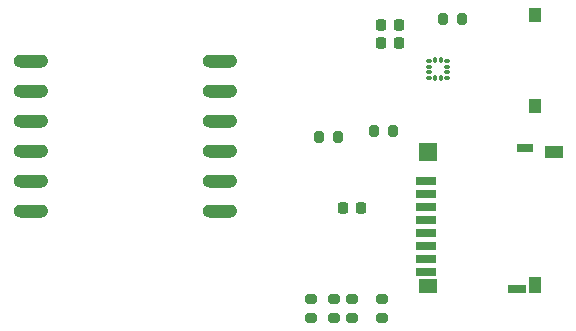
<source format=gbr>
%TF.GenerationSoftware,KiCad,Pcbnew,8.0.2*%
%TF.CreationDate,2025-04-11T11:55:07+07:00*%
%TF.ProjectId,wearable_device,77656172-6162-46c6-955f-646576696365,rev?*%
%TF.SameCoordinates,Original*%
%TF.FileFunction,Paste,Bot*%
%TF.FilePolarity,Positive*%
%FSLAX46Y46*%
G04 Gerber Fmt 4.6, Leading zero omitted, Abs format (unit mm)*
G04 Created by KiCad (PCBNEW 8.0.2) date 2025-04-11 11:55:07*
%MOMM*%
%LPD*%
G01*
G04 APERTURE LIST*
G04 Aperture macros list*
%AMRoundRect*
0 Rectangle with rounded corners*
0 $1 Rounding radius*
0 $2 $3 $4 $5 $6 $7 $8 $9 X,Y pos of 4 corners*
0 Add a 4 corners polygon primitive as box body*
4,1,4,$2,$3,$4,$5,$6,$7,$8,$9,$2,$3,0*
0 Add four circle primitives for the rounded corners*
1,1,$1+$1,$2,$3*
1,1,$1+$1,$4,$5*
1,1,$1+$1,$6,$7*
1,1,$1+$1,$8,$9*
0 Add four rect primitives between the rounded corners*
20,1,$1+$1,$2,$3,$4,$5,0*
20,1,$1+$1,$4,$5,$6,$7,0*
20,1,$1+$1,$6,$7,$8,$9,0*
20,1,$1+$1,$8,$9,$2,$3,0*%
G04 Aperture macros list end*
%ADD10C,0.000100*%
%ADD11RoundRect,0.225000X0.225000X0.250000X-0.225000X0.250000X-0.225000X-0.250000X0.225000X-0.250000X0*%
%ADD12RoundRect,0.200000X0.275000X-0.200000X0.275000X0.200000X-0.275000X0.200000X-0.275000X-0.200000X0*%
%ADD13R,1.750000X0.700000*%
%ADD14R,1.000000X1.450000*%
%ADD15R,1.550000X1.000000*%
%ADD16R,1.500000X0.800000*%
%ADD17R,1.500000X1.300000*%
%ADD18R,1.500000X1.500000*%
%ADD19R,1.400000X0.800000*%
%ADD20R,1.000000X1.250000*%
%ADD21RoundRect,0.200000X0.200000X0.275000X-0.200000X0.275000X-0.200000X-0.275000X0.200000X-0.275000X0*%
%ADD22RoundRect,0.052500X0.172500X0.122500X-0.172500X0.122500X-0.172500X-0.122500X0.172500X-0.122500X0*%
%ADD23RoundRect,0.052500X0.122500X0.172500X-0.122500X0.172500X-0.122500X-0.172500X0.122500X-0.172500X0*%
%ADD24RoundRect,0.200000X-0.200000X-0.275000X0.200000X-0.275000X0.200000X0.275000X-0.200000X0.275000X0*%
G04 APERTURE END LIST*
D10*
%TO.C,U2*%
X182702000Y-62503000D02*
X182754000Y-62511000D01*
X182805000Y-62524000D01*
X182853000Y-62543000D01*
X182900000Y-62567000D01*
X182944000Y-62595000D01*
X182985000Y-62628000D01*
X183022000Y-62665000D01*
X183055000Y-62706000D01*
X183083000Y-62750000D01*
X183107000Y-62797000D01*
X183126000Y-62845000D01*
X183139000Y-62896000D01*
X183147000Y-62948000D01*
X183150000Y-63000000D01*
X183147000Y-63052000D01*
X183139000Y-63104000D01*
X183126000Y-63155000D01*
X183107000Y-63203000D01*
X183083000Y-63250000D01*
X183055000Y-63294000D01*
X183022000Y-63335000D01*
X182985000Y-63372000D01*
X182944000Y-63405000D01*
X182900000Y-63433000D01*
X182853000Y-63457000D01*
X182805000Y-63476000D01*
X182754000Y-63489000D01*
X182702000Y-63497000D01*
X182650000Y-63500000D01*
X180850000Y-63500000D01*
X180798000Y-63497000D01*
X180746000Y-63489000D01*
X180695000Y-63476000D01*
X180647000Y-63457000D01*
X180600000Y-63433000D01*
X180556000Y-63405000D01*
X180515000Y-63372000D01*
X180478000Y-63335000D01*
X180445000Y-63294000D01*
X180417000Y-63250000D01*
X180393000Y-63203000D01*
X180374000Y-63155000D01*
X180361000Y-63104000D01*
X180353000Y-63052000D01*
X180350000Y-63000000D01*
X180353000Y-62948000D01*
X180361000Y-62896000D01*
X180374000Y-62845000D01*
X180393000Y-62797000D01*
X180417000Y-62750000D01*
X180445000Y-62706000D01*
X180478000Y-62665000D01*
X180515000Y-62628000D01*
X180556000Y-62595000D01*
X180600000Y-62567000D01*
X180647000Y-62543000D01*
X180695000Y-62524000D01*
X180746000Y-62511000D01*
X180798000Y-62503000D01*
X180850000Y-62500000D01*
X181750000Y-62500000D01*
X182650000Y-62500000D01*
X182702000Y-62503000D01*
G36*
X182702000Y-62503000D02*
G01*
X182754000Y-62511000D01*
X182805000Y-62524000D01*
X182853000Y-62543000D01*
X182900000Y-62567000D01*
X182944000Y-62595000D01*
X182985000Y-62628000D01*
X183022000Y-62665000D01*
X183055000Y-62706000D01*
X183083000Y-62750000D01*
X183107000Y-62797000D01*
X183126000Y-62845000D01*
X183139000Y-62896000D01*
X183147000Y-62948000D01*
X183150000Y-63000000D01*
X183147000Y-63052000D01*
X183139000Y-63104000D01*
X183126000Y-63155000D01*
X183107000Y-63203000D01*
X183083000Y-63250000D01*
X183055000Y-63294000D01*
X183022000Y-63335000D01*
X182985000Y-63372000D01*
X182944000Y-63405000D01*
X182900000Y-63433000D01*
X182853000Y-63457000D01*
X182805000Y-63476000D01*
X182754000Y-63489000D01*
X182702000Y-63497000D01*
X182650000Y-63500000D01*
X180850000Y-63500000D01*
X180798000Y-63497000D01*
X180746000Y-63489000D01*
X180695000Y-63476000D01*
X180647000Y-63457000D01*
X180600000Y-63433000D01*
X180556000Y-63405000D01*
X180515000Y-63372000D01*
X180478000Y-63335000D01*
X180445000Y-63294000D01*
X180417000Y-63250000D01*
X180393000Y-63203000D01*
X180374000Y-63155000D01*
X180361000Y-63104000D01*
X180353000Y-63052000D01*
X180350000Y-63000000D01*
X180353000Y-62948000D01*
X180361000Y-62896000D01*
X180374000Y-62845000D01*
X180393000Y-62797000D01*
X180417000Y-62750000D01*
X180445000Y-62706000D01*
X180478000Y-62665000D01*
X180515000Y-62628000D01*
X180556000Y-62595000D01*
X180600000Y-62567000D01*
X180647000Y-62543000D01*
X180695000Y-62524000D01*
X180746000Y-62511000D01*
X180798000Y-62503000D01*
X180850000Y-62500000D01*
X181750000Y-62500000D01*
X182650000Y-62500000D01*
X182702000Y-62503000D01*
G37*
X182702000Y-65043000D02*
X182754000Y-65051000D01*
X182805000Y-65064000D01*
X182853000Y-65083000D01*
X182900000Y-65107000D01*
X182944000Y-65135000D01*
X182985000Y-65168000D01*
X183022000Y-65205000D01*
X183055000Y-65246000D01*
X183083000Y-65290000D01*
X183107000Y-65337000D01*
X183126000Y-65385000D01*
X183139000Y-65436000D01*
X183147000Y-65488000D01*
X183150000Y-65540000D01*
X183147000Y-65592000D01*
X183139000Y-65644000D01*
X183126000Y-65695000D01*
X183107000Y-65743000D01*
X183083000Y-65790000D01*
X183055000Y-65834000D01*
X183022000Y-65875000D01*
X182985000Y-65912000D01*
X182944000Y-65945000D01*
X182900000Y-65973000D01*
X182853000Y-65997000D01*
X182805000Y-66016000D01*
X182754000Y-66029000D01*
X182702000Y-66037000D01*
X182650000Y-66040000D01*
X180850000Y-66040000D01*
X180798000Y-66037000D01*
X180746000Y-66029000D01*
X180695000Y-66016000D01*
X180647000Y-65997000D01*
X180600000Y-65973000D01*
X180556000Y-65945000D01*
X180515000Y-65912000D01*
X180478000Y-65875000D01*
X180445000Y-65834000D01*
X180417000Y-65790000D01*
X180393000Y-65743000D01*
X180374000Y-65695000D01*
X180361000Y-65644000D01*
X180353000Y-65592000D01*
X180350000Y-65540000D01*
X180353000Y-65488000D01*
X180361000Y-65436000D01*
X180374000Y-65385000D01*
X180393000Y-65337000D01*
X180417000Y-65290000D01*
X180445000Y-65246000D01*
X180478000Y-65205000D01*
X180515000Y-65168000D01*
X180556000Y-65135000D01*
X180600000Y-65107000D01*
X180647000Y-65083000D01*
X180695000Y-65064000D01*
X180746000Y-65051000D01*
X180798000Y-65043000D01*
X180850000Y-65040000D01*
X181750000Y-65040000D01*
X182650000Y-65040000D01*
X182702000Y-65043000D01*
G36*
X182702000Y-65043000D02*
G01*
X182754000Y-65051000D01*
X182805000Y-65064000D01*
X182853000Y-65083000D01*
X182900000Y-65107000D01*
X182944000Y-65135000D01*
X182985000Y-65168000D01*
X183022000Y-65205000D01*
X183055000Y-65246000D01*
X183083000Y-65290000D01*
X183107000Y-65337000D01*
X183126000Y-65385000D01*
X183139000Y-65436000D01*
X183147000Y-65488000D01*
X183150000Y-65540000D01*
X183147000Y-65592000D01*
X183139000Y-65644000D01*
X183126000Y-65695000D01*
X183107000Y-65743000D01*
X183083000Y-65790000D01*
X183055000Y-65834000D01*
X183022000Y-65875000D01*
X182985000Y-65912000D01*
X182944000Y-65945000D01*
X182900000Y-65973000D01*
X182853000Y-65997000D01*
X182805000Y-66016000D01*
X182754000Y-66029000D01*
X182702000Y-66037000D01*
X182650000Y-66040000D01*
X180850000Y-66040000D01*
X180798000Y-66037000D01*
X180746000Y-66029000D01*
X180695000Y-66016000D01*
X180647000Y-65997000D01*
X180600000Y-65973000D01*
X180556000Y-65945000D01*
X180515000Y-65912000D01*
X180478000Y-65875000D01*
X180445000Y-65834000D01*
X180417000Y-65790000D01*
X180393000Y-65743000D01*
X180374000Y-65695000D01*
X180361000Y-65644000D01*
X180353000Y-65592000D01*
X180350000Y-65540000D01*
X180353000Y-65488000D01*
X180361000Y-65436000D01*
X180374000Y-65385000D01*
X180393000Y-65337000D01*
X180417000Y-65290000D01*
X180445000Y-65246000D01*
X180478000Y-65205000D01*
X180515000Y-65168000D01*
X180556000Y-65135000D01*
X180600000Y-65107000D01*
X180647000Y-65083000D01*
X180695000Y-65064000D01*
X180746000Y-65051000D01*
X180798000Y-65043000D01*
X180850000Y-65040000D01*
X181750000Y-65040000D01*
X182650000Y-65040000D01*
X182702000Y-65043000D01*
G37*
X182702000Y-67583000D02*
X182754000Y-67591000D01*
X182805000Y-67604000D01*
X182853000Y-67623000D01*
X182900000Y-67647000D01*
X182944000Y-67675000D01*
X182985000Y-67708000D01*
X183022000Y-67745000D01*
X183055000Y-67786000D01*
X183083000Y-67830000D01*
X183107000Y-67877000D01*
X183126000Y-67925000D01*
X183139000Y-67976000D01*
X183147000Y-68028000D01*
X183150000Y-68080000D01*
X183147000Y-68132000D01*
X183139000Y-68184000D01*
X183126000Y-68235000D01*
X183107000Y-68283000D01*
X183083000Y-68330000D01*
X183055000Y-68374000D01*
X183022000Y-68415000D01*
X182985000Y-68452000D01*
X182944000Y-68485000D01*
X182900000Y-68513000D01*
X182853000Y-68537000D01*
X182805000Y-68556000D01*
X182754000Y-68569000D01*
X182702000Y-68577000D01*
X182650000Y-68580000D01*
X180850000Y-68580000D01*
X180798000Y-68577000D01*
X180746000Y-68569000D01*
X180695000Y-68556000D01*
X180647000Y-68537000D01*
X180600000Y-68513000D01*
X180556000Y-68485000D01*
X180515000Y-68452000D01*
X180478000Y-68415000D01*
X180445000Y-68374000D01*
X180417000Y-68330000D01*
X180393000Y-68283000D01*
X180374000Y-68235000D01*
X180361000Y-68184000D01*
X180353000Y-68132000D01*
X180350000Y-68080000D01*
X180353000Y-68028000D01*
X180361000Y-67976000D01*
X180374000Y-67925000D01*
X180393000Y-67877000D01*
X180417000Y-67830000D01*
X180445000Y-67786000D01*
X180478000Y-67745000D01*
X180515000Y-67708000D01*
X180556000Y-67675000D01*
X180600000Y-67647000D01*
X180647000Y-67623000D01*
X180695000Y-67604000D01*
X180746000Y-67591000D01*
X180798000Y-67583000D01*
X180850000Y-67580000D01*
X181750000Y-67580000D01*
X182650000Y-67580000D01*
X182702000Y-67583000D01*
G36*
X182702000Y-67583000D02*
G01*
X182754000Y-67591000D01*
X182805000Y-67604000D01*
X182853000Y-67623000D01*
X182900000Y-67647000D01*
X182944000Y-67675000D01*
X182985000Y-67708000D01*
X183022000Y-67745000D01*
X183055000Y-67786000D01*
X183083000Y-67830000D01*
X183107000Y-67877000D01*
X183126000Y-67925000D01*
X183139000Y-67976000D01*
X183147000Y-68028000D01*
X183150000Y-68080000D01*
X183147000Y-68132000D01*
X183139000Y-68184000D01*
X183126000Y-68235000D01*
X183107000Y-68283000D01*
X183083000Y-68330000D01*
X183055000Y-68374000D01*
X183022000Y-68415000D01*
X182985000Y-68452000D01*
X182944000Y-68485000D01*
X182900000Y-68513000D01*
X182853000Y-68537000D01*
X182805000Y-68556000D01*
X182754000Y-68569000D01*
X182702000Y-68577000D01*
X182650000Y-68580000D01*
X180850000Y-68580000D01*
X180798000Y-68577000D01*
X180746000Y-68569000D01*
X180695000Y-68556000D01*
X180647000Y-68537000D01*
X180600000Y-68513000D01*
X180556000Y-68485000D01*
X180515000Y-68452000D01*
X180478000Y-68415000D01*
X180445000Y-68374000D01*
X180417000Y-68330000D01*
X180393000Y-68283000D01*
X180374000Y-68235000D01*
X180361000Y-68184000D01*
X180353000Y-68132000D01*
X180350000Y-68080000D01*
X180353000Y-68028000D01*
X180361000Y-67976000D01*
X180374000Y-67925000D01*
X180393000Y-67877000D01*
X180417000Y-67830000D01*
X180445000Y-67786000D01*
X180478000Y-67745000D01*
X180515000Y-67708000D01*
X180556000Y-67675000D01*
X180600000Y-67647000D01*
X180647000Y-67623000D01*
X180695000Y-67604000D01*
X180746000Y-67591000D01*
X180798000Y-67583000D01*
X180850000Y-67580000D01*
X181750000Y-67580000D01*
X182650000Y-67580000D01*
X182702000Y-67583000D01*
G37*
X182702000Y-70123000D02*
X182754000Y-70131000D01*
X182805000Y-70144000D01*
X182853000Y-70163000D01*
X182900000Y-70187000D01*
X182944000Y-70215000D01*
X182985000Y-70248000D01*
X183022000Y-70285000D01*
X183055000Y-70326000D01*
X183083000Y-70370000D01*
X183107000Y-70417000D01*
X183126000Y-70465000D01*
X183139000Y-70516000D01*
X183147000Y-70568000D01*
X183150000Y-70620000D01*
X183147000Y-70672000D01*
X183139000Y-70724000D01*
X183126000Y-70775000D01*
X183107000Y-70823000D01*
X183083000Y-70870000D01*
X183055000Y-70914000D01*
X183022000Y-70955000D01*
X182985000Y-70992000D01*
X182944000Y-71025000D01*
X182900000Y-71053000D01*
X182853000Y-71077000D01*
X182805000Y-71096000D01*
X182754000Y-71109000D01*
X182702000Y-71117000D01*
X182650000Y-71120000D01*
X180850000Y-71120000D01*
X180798000Y-71117000D01*
X180746000Y-71109000D01*
X180695000Y-71096000D01*
X180647000Y-71077000D01*
X180600000Y-71053000D01*
X180556000Y-71025000D01*
X180515000Y-70992000D01*
X180478000Y-70955000D01*
X180445000Y-70914000D01*
X180417000Y-70870000D01*
X180393000Y-70823000D01*
X180374000Y-70775000D01*
X180361000Y-70724000D01*
X180353000Y-70672000D01*
X180350000Y-70620000D01*
X180353000Y-70568000D01*
X180361000Y-70516000D01*
X180374000Y-70465000D01*
X180393000Y-70417000D01*
X180417000Y-70370000D01*
X180445000Y-70326000D01*
X180478000Y-70285000D01*
X180515000Y-70248000D01*
X180556000Y-70215000D01*
X180600000Y-70187000D01*
X180647000Y-70163000D01*
X180695000Y-70144000D01*
X180746000Y-70131000D01*
X180798000Y-70123000D01*
X180850000Y-70120000D01*
X181750000Y-70120000D01*
X182650000Y-70120000D01*
X182702000Y-70123000D01*
G36*
X182702000Y-70123000D02*
G01*
X182754000Y-70131000D01*
X182805000Y-70144000D01*
X182853000Y-70163000D01*
X182900000Y-70187000D01*
X182944000Y-70215000D01*
X182985000Y-70248000D01*
X183022000Y-70285000D01*
X183055000Y-70326000D01*
X183083000Y-70370000D01*
X183107000Y-70417000D01*
X183126000Y-70465000D01*
X183139000Y-70516000D01*
X183147000Y-70568000D01*
X183150000Y-70620000D01*
X183147000Y-70672000D01*
X183139000Y-70724000D01*
X183126000Y-70775000D01*
X183107000Y-70823000D01*
X183083000Y-70870000D01*
X183055000Y-70914000D01*
X183022000Y-70955000D01*
X182985000Y-70992000D01*
X182944000Y-71025000D01*
X182900000Y-71053000D01*
X182853000Y-71077000D01*
X182805000Y-71096000D01*
X182754000Y-71109000D01*
X182702000Y-71117000D01*
X182650000Y-71120000D01*
X180850000Y-71120000D01*
X180798000Y-71117000D01*
X180746000Y-71109000D01*
X180695000Y-71096000D01*
X180647000Y-71077000D01*
X180600000Y-71053000D01*
X180556000Y-71025000D01*
X180515000Y-70992000D01*
X180478000Y-70955000D01*
X180445000Y-70914000D01*
X180417000Y-70870000D01*
X180393000Y-70823000D01*
X180374000Y-70775000D01*
X180361000Y-70724000D01*
X180353000Y-70672000D01*
X180350000Y-70620000D01*
X180353000Y-70568000D01*
X180361000Y-70516000D01*
X180374000Y-70465000D01*
X180393000Y-70417000D01*
X180417000Y-70370000D01*
X180445000Y-70326000D01*
X180478000Y-70285000D01*
X180515000Y-70248000D01*
X180556000Y-70215000D01*
X180600000Y-70187000D01*
X180647000Y-70163000D01*
X180695000Y-70144000D01*
X180746000Y-70131000D01*
X180798000Y-70123000D01*
X180850000Y-70120000D01*
X181750000Y-70120000D01*
X182650000Y-70120000D01*
X182702000Y-70123000D01*
G37*
X182702000Y-72663000D02*
X182754000Y-72671000D01*
X182805000Y-72684000D01*
X182853000Y-72703000D01*
X182900000Y-72727000D01*
X182944000Y-72755000D01*
X182985000Y-72788000D01*
X183022000Y-72825000D01*
X183055000Y-72866000D01*
X183083000Y-72910000D01*
X183107000Y-72957000D01*
X183126000Y-73005000D01*
X183139000Y-73056000D01*
X183147000Y-73108000D01*
X183150000Y-73160000D01*
X183147000Y-73212000D01*
X183139000Y-73264000D01*
X183126000Y-73315000D01*
X183107000Y-73363000D01*
X183083000Y-73410000D01*
X183055000Y-73454000D01*
X183022000Y-73495000D01*
X182985000Y-73532000D01*
X182944000Y-73565000D01*
X182900000Y-73593000D01*
X182853000Y-73617000D01*
X182805000Y-73636000D01*
X182754000Y-73649000D01*
X182702000Y-73657000D01*
X182650000Y-73660000D01*
X180850000Y-73660000D01*
X180798000Y-73657000D01*
X180746000Y-73649000D01*
X180695000Y-73636000D01*
X180647000Y-73617000D01*
X180600000Y-73593000D01*
X180556000Y-73565000D01*
X180515000Y-73532000D01*
X180478000Y-73495000D01*
X180445000Y-73454000D01*
X180417000Y-73410000D01*
X180393000Y-73363000D01*
X180374000Y-73315000D01*
X180361000Y-73264000D01*
X180353000Y-73212000D01*
X180350000Y-73160000D01*
X180353000Y-73108000D01*
X180361000Y-73056000D01*
X180374000Y-73005000D01*
X180393000Y-72957000D01*
X180417000Y-72910000D01*
X180445000Y-72866000D01*
X180478000Y-72825000D01*
X180515000Y-72788000D01*
X180556000Y-72755000D01*
X180600000Y-72727000D01*
X180647000Y-72703000D01*
X180695000Y-72684000D01*
X180746000Y-72671000D01*
X180798000Y-72663000D01*
X180850000Y-72660000D01*
X181750000Y-72660000D01*
X182650000Y-72660000D01*
X182702000Y-72663000D01*
G36*
X182702000Y-72663000D02*
G01*
X182754000Y-72671000D01*
X182805000Y-72684000D01*
X182853000Y-72703000D01*
X182900000Y-72727000D01*
X182944000Y-72755000D01*
X182985000Y-72788000D01*
X183022000Y-72825000D01*
X183055000Y-72866000D01*
X183083000Y-72910000D01*
X183107000Y-72957000D01*
X183126000Y-73005000D01*
X183139000Y-73056000D01*
X183147000Y-73108000D01*
X183150000Y-73160000D01*
X183147000Y-73212000D01*
X183139000Y-73264000D01*
X183126000Y-73315000D01*
X183107000Y-73363000D01*
X183083000Y-73410000D01*
X183055000Y-73454000D01*
X183022000Y-73495000D01*
X182985000Y-73532000D01*
X182944000Y-73565000D01*
X182900000Y-73593000D01*
X182853000Y-73617000D01*
X182805000Y-73636000D01*
X182754000Y-73649000D01*
X182702000Y-73657000D01*
X182650000Y-73660000D01*
X180850000Y-73660000D01*
X180798000Y-73657000D01*
X180746000Y-73649000D01*
X180695000Y-73636000D01*
X180647000Y-73617000D01*
X180600000Y-73593000D01*
X180556000Y-73565000D01*
X180515000Y-73532000D01*
X180478000Y-73495000D01*
X180445000Y-73454000D01*
X180417000Y-73410000D01*
X180393000Y-73363000D01*
X180374000Y-73315000D01*
X180361000Y-73264000D01*
X180353000Y-73212000D01*
X180350000Y-73160000D01*
X180353000Y-73108000D01*
X180361000Y-73056000D01*
X180374000Y-73005000D01*
X180393000Y-72957000D01*
X180417000Y-72910000D01*
X180445000Y-72866000D01*
X180478000Y-72825000D01*
X180515000Y-72788000D01*
X180556000Y-72755000D01*
X180600000Y-72727000D01*
X180647000Y-72703000D01*
X180695000Y-72684000D01*
X180746000Y-72671000D01*
X180798000Y-72663000D01*
X180850000Y-72660000D01*
X181750000Y-72660000D01*
X182650000Y-72660000D01*
X182702000Y-72663000D01*
G37*
X182702000Y-75203000D02*
X182754000Y-75211000D01*
X182805000Y-75224000D01*
X182853000Y-75243000D01*
X182900000Y-75267000D01*
X182944000Y-75295000D01*
X182985000Y-75328000D01*
X183022000Y-75365000D01*
X183055000Y-75406000D01*
X183083000Y-75450000D01*
X183107000Y-75497000D01*
X183126000Y-75545000D01*
X183139000Y-75596000D01*
X183147000Y-75648000D01*
X183150000Y-75700000D01*
X183147000Y-75752000D01*
X183139000Y-75804000D01*
X183126000Y-75855000D01*
X183107000Y-75903000D01*
X183083000Y-75950000D01*
X183055000Y-75994000D01*
X183022000Y-76035000D01*
X182985000Y-76072000D01*
X182944000Y-76105000D01*
X182900000Y-76133000D01*
X182853000Y-76157000D01*
X182805000Y-76176000D01*
X182754000Y-76189000D01*
X182702000Y-76197000D01*
X182650000Y-76200000D01*
X180850000Y-76200000D01*
X180798000Y-76197000D01*
X180746000Y-76189000D01*
X180695000Y-76176000D01*
X180647000Y-76157000D01*
X180600000Y-76133000D01*
X180556000Y-76105000D01*
X180515000Y-76072000D01*
X180478000Y-76035000D01*
X180445000Y-75994000D01*
X180417000Y-75950000D01*
X180393000Y-75903000D01*
X180374000Y-75855000D01*
X180361000Y-75804000D01*
X180353000Y-75752000D01*
X180350000Y-75700000D01*
X180353000Y-75648000D01*
X180361000Y-75596000D01*
X180374000Y-75545000D01*
X180393000Y-75497000D01*
X180417000Y-75450000D01*
X180445000Y-75406000D01*
X180478000Y-75365000D01*
X180515000Y-75328000D01*
X180556000Y-75295000D01*
X180600000Y-75267000D01*
X180647000Y-75243000D01*
X180695000Y-75224000D01*
X180746000Y-75211000D01*
X180798000Y-75203000D01*
X180850000Y-75200000D01*
X181750000Y-75200000D01*
X182650000Y-75200000D01*
X182702000Y-75203000D01*
G36*
X182702000Y-75203000D02*
G01*
X182754000Y-75211000D01*
X182805000Y-75224000D01*
X182853000Y-75243000D01*
X182900000Y-75267000D01*
X182944000Y-75295000D01*
X182985000Y-75328000D01*
X183022000Y-75365000D01*
X183055000Y-75406000D01*
X183083000Y-75450000D01*
X183107000Y-75497000D01*
X183126000Y-75545000D01*
X183139000Y-75596000D01*
X183147000Y-75648000D01*
X183150000Y-75700000D01*
X183147000Y-75752000D01*
X183139000Y-75804000D01*
X183126000Y-75855000D01*
X183107000Y-75903000D01*
X183083000Y-75950000D01*
X183055000Y-75994000D01*
X183022000Y-76035000D01*
X182985000Y-76072000D01*
X182944000Y-76105000D01*
X182900000Y-76133000D01*
X182853000Y-76157000D01*
X182805000Y-76176000D01*
X182754000Y-76189000D01*
X182702000Y-76197000D01*
X182650000Y-76200000D01*
X180850000Y-76200000D01*
X180798000Y-76197000D01*
X180746000Y-76189000D01*
X180695000Y-76176000D01*
X180647000Y-76157000D01*
X180600000Y-76133000D01*
X180556000Y-76105000D01*
X180515000Y-76072000D01*
X180478000Y-76035000D01*
X180445000Y-75994000D01*
X180417000Y-75950000D01*
X180393000Y-75903000D01*
X180374000Y-75855000D01*
X180361000Y-75804000D01*
X180353000Y-75752000D01*
X180350000Y-75700000D01*
X180353000Y-75648000D01*
X180361000Y-75596000D01*
X180374000Y-75545000D01*
X180393000Y-75497000D01*
X180417000Y-75450000D01*
X180445000Y-75406000D01*
X180478000Y-75365000D01*
X180515000Y-75328000D01*
X180556000Y-75295000D01*
X180600000Y-75267000D01*
X180647000Y-75243000D01*
X180695000Y-75224000D01*
X180746000Y-75211000D01*
X180798000Y-75203000D01*
X180850000Y-75200000D01*
X181750000Y-75200000D01*
X182650000Y-75200000D01*
X182702000Y-75203000D01*
G37*
X198702000Y-62503000D02*
X198754000Y-62511000D01*
X198805000Y-62524000D01*
X198853000Y-62543000D01*
X198900000Y-62567000D01*
X198944000Y-62595000D01*
X198985000Y-62628000D01*
X199022000Y-62665000D01*
X199055000Y-62706000D01*
X199083000Y-62750000D01*
X199107000Y-62797000D01*
X199126000Y-62845000D01*
X199139000Y-62896000D01*
X199147000Y-62948000D01*
X199150000Y-63000000D01*
X199147000Y-63052000D01*
X199139000Y-63104000D01*
X199126000Y-63155000D01*
X199107000Y-63203000D01*
X199083000Y-63250000D01*
X199055000Y-63294000D01*
X199022000Y-63335000D01*
X198985000Y-63372000D01*
X198944000Y-63405000D01*
X198900000Y-63433000D01*
X198853000Y-63457000D01*
X198805000Y-63476000D01*
X198754000Y-63489000D01*
X198702000Y-63497000D01*
X198650000Y-63500000D01*
X196850000Y-63500000D01*
X196798000Y-63497000D01*
X196746000Y-63489000D01*
X196695000Y-63476000D01*
X196647000Y-63457000D01*
X196600000Y-63433000D01*
X196556000Y-63405000D01*
X196515000Y-63372000D01*
X196478000Y-63335000D01*
X196445000Y-63294000D01*
X196417000Y-63250000D01*
X196393000Y-63203000D01*
X196374000Y-63155000D01*
X196361000Y-63104000D01*
X196353000Y-63052000D01*
X196350000Y-63000000D01*
X196353000Y-62948000D01*
X196361000Y-62896000D01*
X196374000Y-62845000D01*
X196393000Y-62797000D01*
X196417000Y-62750000D01*
X196445000Y-62706000D01*
X196478000Y-62665000D01*
X196515000Y-62628000D01*
X196556000Y-62595000D01*
X196600000Y-62567000D01*
X196647000Y-62543000D01*
X196695000Y-62524000D01*
X196746000Y-62511000D01*
X196798000Y-62503000D01*
X196850000Y-62500000D01*
X197750000Y-62500000D01*
X198650000Y-62500000D01*
X198702000Y-62503000D01*
G36*
X198702000Y-62503000D02*
G01*
X198754000Y-62511000D01*
X198805000Y-62524000D01*
X198853000Y-62543000D01*
X198900000Y-62567000D01*
X198944000Y-62595000D01*
X198985000Y-62628000D01*
X199022000Y-62665000D01*
X199055000Y-62706000D01*
X199083000Y-62750000D01*
X199107000Y-62797000D01*
X199126000Y-62845000D01*
X199139000Y-62896000D01*
X199147000Y-62948000D01*
X199150000Y-63000000D01*
X199147000Y-63052000D01*
X199139000Y-63104000D01*
X199126000Y-63155000D01*
X199107000Y-63203000D01*
X199083000Y-63250000D01*
X199055000Y-63294000D01*
X199022000Y-63335000D01*
X198985000Y-63372000D01*
X198944000Y-63405000D01*
X198900000Y-63433000D01*
X198853000Y-63457000D01*
X198805000Y-63476000D01*
X198754000Y-63489000D01*
X198702000Y-63497000D01*
X198650000Y-63500000D01*
X196850000Y-63500000D01*
X196798000Y-63497000D01*
X196746000Y-63489000D01*
X196695000Y-63476000D01*
X196647000Y-63457000D01*
X196600000Y-63433000D01*
X196556000Y-63405000D01*
X196515000Y-63372000D01*
X196478000Y-63335000D01*
X196445000Y-63294000D01*
X196417000Y-63250000D01*
X196393000Y-63203000D01*
X196374000Y-63155000D01*
X196361000Y-63104000D01*
X196353000Y-63052000D01*
X196350000Y-63000000D01*
X196353000Y-62948000D01*
X196361000Y-62896000D01*
X196374000Y-62845000D01*
X196393000Y-62797000D01*
X196417000Y-62750000D01*
X196445000Y-62706000D01*
X196478000Y-62665000D01*
X196515000Y-62628000D01*
X196556000Y-62595000D01*
X196600000Y-62567000D01*
X196647000Y-62543000D01*
X196695000Y-62524000D01*
X196746000Y-62511000D01*
X196798000Y-62503000D01*
X196850000Y-62500000D01*
X197750000Y-62500000D01*
X198650000Y-62500000D01*
X198702000Y-62503000D01*
G37*
X198702000Y-65043000D02*
X198754000Y-65051000D01*
X198805000Y-65064000D01*
X198853000Y-65083000D01*
X198900000Y-65107000D01*
X198944000Y-65135000D01*
X198985000Y-65168000D01*
X199022000Y-65205000D01*
X199055000Y-65246000D01*
X199083000Y-65290000D01*
X199107000Y-65337000D01*
X199126000Y-65385000D01*
X199139000Y-65436000D01*
X199147000Y-65488000D01*
X199150000Y-65540000D01*
X199147000Y-65592000D01*
X199139000Y-65644000D01*
X199126000Y-65695000D01*
X199107000Y-65743000D01*
X199083000Y-65790000D01*
X199055000Y-65834000D01*
X199022000Y-65875000D01*
X198985000Y-65912000D01*
X198944000Y-65945000D01*
X198900000Y-65973000D01*
X198853000Y-65997000D01*
X198805000Y-66016000D01*
X198754000Y-66029000D01*
X198702000Y-66037000D01*
X198650000Y-66040000D01*
X196850000Y-66040000D01*
X196798000Y-66037000D01*
X196746000Y-66029000D01*
X196695000Y-66016000D01*
X196647000Y-65997000D01*
X196600000Y-65973000D01*
X196556000Y-65945000D01*
X196515000Y-65912000D01*
X196478000Y-65875000D01*
X196445000Y-65834000D01*
X196417000Y-65790000D01*
X196393000Y-65743000D01*
X196374000Y-65695000D01*
X196361000Y-65644000D01*
X196353000Y-65592000D01*
X196350000Y-65540000D01*
X196353000Y-65488000D01*
X196361000Y-65436000D01*
X196374000Y-65385000D01*
X196393000Y-65337000D01*
X196417000Y-65290000D01*
X196445000Y-65246000D01*
X196478000Y-65205000D01*
X196515000Y-65168000D01*
X196556000Y-65135000D01*
X196600000Y-65107000D01*
X196647000Y-65083000D01*
X196695000Y-65064000D01*
X196746000Y-65051000D01*
X196798000Y-65043000D01*
X196850000Y-65040000D01*
X197750000Y-65040000D01*
X198650000Y-65040000D01*
X198702000Y-65043000D01*
G36*
X198702000Y-65043000D02*
G01*
X198754000Y-65051000D01*
X198805000Y-65064000D01*
X198853000Y-65083000D01*
X198900000Y-65107000D01*
X198944000Y-65135000D01*
X198985000Y-65168000D01*
X199022000Y-65205000D01*
X199055000Y-65246000D01*
X199083000Y-65290000D01*
X199107000Y-65337000D01*
X199126000Y-65385000D01*
X199139000Y-65436000D01*
X199147000Y-65488000D01*
X199150000Y-65540000D01*
X199147000Y-65592000D01*
X199139000Y-65644000D01*
X199126000Y-65695000D01*
X199107000Y-65743000D01*
X199083000Y-65790000D01*
X199055000Y-65834000D01*
X199022000Y-65875000D01*
X198985000Y-65912000D01*
X198944000Y-65945000D01*
X198900000Y-65973000D01*
X198853000Y-65997000D01*
X198805000Y-66016000D01*
X198754000Y-66029000D01*
X198702000Y-66037000D01*
X198650000Y-66040000D01*
X196850000Y-66040000D01*
X196798000Y-66037000D01*
X196746000Y-66029000D01*
X196695000Y-66016000D01*
X196647000Y-65997000D01*
X196600000Y-65973000D01*
X196556000Y-65945000D01*
X196515000Y-65912000D01*
X196478000Y-65875000D01*
X196445000Y-65834000D01*
X196417000Y-65790000D01*
X196393000Y-65743000D01*
X196374000Y-65695000D01*
X196361000Y-65644000D01*
X196353000Y-65592000D01*
X196350000Y-65540000D01*
X196353000Y-65488000D01*
X196361000Y-65436000D01*
X196374000Y-65385000D01*
X196393000Y-65337000D01*
X196417000Y-65290000D01*
X196445000Y-65246000D01*
X196478000Y-65205000D01*
X196515000Y-65168000D01*
X196556000Y-65135000D01*
X196600000Y-65107000D01*
X196647000Y-65083000D01*
X196695000Y-65064000D01*
X196746000Y-65051000D01*
X196798000Y-65043000D01*
X196850000Y-65040000D01*
X197750000Y-65040000D01*
X198650000Y-65040000D01*
X198702000Y-65043000D01*
G37*
X198702000Y-67583000D02*
X198754000Y-67591000D01*
X198805000Y-67604000D01*
X198853000Y-67623000D01*
X198900000Y-67647000D01*
X198944000Y-67675000D01*
X198985000Y-67708000D01*
X199022000Y-67745000D01*
X199055000Y-67786000D01*
X199083000Y-67830000D01*
X199107000Y-67877000D01*
X199126000Y-67925000D01*
X199139000Y-67976000D01*
X199147000Y-68028000D01*
X199150000Y-68080000D01*
X199147000Y-68132000D01*
X199139000Y-68184000D01*
X199126000Y-68235000D01*
X199107000Y-68283000D01*
X199083000Y-68330000D01*
X199055000Y-68374000D01*
X199022000Y-68415000D01*
X198985000Y-68452000D01*
X198944000Y-68485000D01*
X198900000Y-68513000D01*
X198853000Y-68537000D01*
X198805000Y-68556000D01*
X198754000Y-68569000D01*
X198702000Y-68577000D01*
X198650000Y-68580000D01*
X196850000Y-68580000D01*
X196798000Y-68577000D01*
X196746000Y-68569000D01*
X196695000Y-68556000D01*
X196647000Y-68537000D01*
X196600000Y-68513000D01*
X196556000Y-68485000D01*
X196515000Y-68452000D01*
X196478000Y-68415000D01*
X196445000Y-68374000D01*
X196417000Y-68330000D01*
X196393000Y-68283000D01*
X196374000Y-68235000D01*
X196361000Y-68184000D01*
X196353000Y-68132000D01*
X196350000Y-68080000D01*
X196353000Y-68028000D01*
X196361000Y-67976000D01*
X196374000Y-67925000D01*
X196393000Y-67877000D01*
X196417000Y-67830000D01*
X196445000Y-67786000D01*
X196478000Y-67745000D01*
X196515000Y-67708000D01*
X196556000Y-67675000D01*
X196600000Y-67647000D01*
X196647000Y-67623000D01*
X196695000Y-67604000D01*
X196746000Y-67591000D01*
X196798000Y-67583000D01*
X196850000Y-67580000D01*
X197750000Y-67580000D01*
X198650000Y-67580000D01*
X198702000Y-67583000D01*
G36*
X198702000Y-67583000D02*
G01*
X198754000Y-67591000D01*
X198805000Y-67604000D01*
X198853000Y-67623000D01*
X198900000Y-67647000D01*
X198944000Y-67675000D01*
X198985000Y-67708000D01*
X199022000Y-67745000D01*
X199055000Y-67786000D01*
X199083000Y-67830000D01*
X199107000Y-67877000D01*
X199126000Y-67925000D01*
X199139000Y-67976000D01*
X199147000Y-68028000D01*
X199150000Y-68080000D01*
X199147000Y-68132000D01*
X199139000Y-68184000D01*
X199126000Y-68235000D01*
X199107000Y-68283000D01*
X199083000Y-68330000D01*
X199055000Y-68374000D01*
X199022000Y-68415000D01*
X198985000Y-68452000D01*
X198944000Y-68485000D01*
X198900000Y-68513000D01*
X198853000Y-68537000D01*
X198805000Y-68556000D01*
X198754000Y-68569000D01*
X198702000Y-68577000D01*
X198650000Y-68580000D01*
X196850000Y-68580000D01*
X196798000Y-68577000D01*
X196746000Y-68569000D01*
X196695000Y-68556000D01*
X196647000Y-68537000D01*
X196600000Y-68513000D01*
X196556000Y-68485000D01*
X196515000Y-68452000D01*
X196478000Y-68415000D01*
X196445000Y-68374000D01*
X196417000Y-68330000D01*
X196393000Y-68283000D01*
X196374000Y-68235000D01*
X196361000Y-68184000D01*
X196353000Y-68132000D01*
X196350000Y-68080000D01*
X196353000Y-68028000D01*
X196361000Y-67976000D01*
X196374000Y-67925000D01*
X196393000Y-67877000D01*
X196417000Y-67830000D01*
X196445000Y-67786000D01*
X196478000Y-67745000D01*
X196515000Y-67708000D01*
X196556000Y-67675000D01*
X196600000Y-67647000D01*
X196647000Y-67623000D01*
X196695000Y-67604000D01*
X196746000Y-67591000D01*
X196798000Y-67583000D01*
X196850000Y-67580000D01*
X197750000Y-67580000D01*
X198650000Y-67580000D01*
X198702000Y-67583000D01*
G37*
X198702000Y-70123000D02*
X198754000Y-70131000D01*
X198805000Y-70144000D01*
X198853000Y-70163000D01*
X198900000Y-70187000D01*
X198944000Y-70215000D01*
X198985000Y-70248000D01*
X199022000Y-70285000D01*
X199055000Y-70326000D01*
X199083000Y-70370000D01*
X199107000Y-70417000D01*
X199126000Y-70465000D01*
X199139000Y-70516000D01*
X199147000Y-70568000D01*
X199150000Y-70620000D01*
X199147000Y-70672000D01*
X199139000Y-70724000D01*
X199126000Y-70775000D01*
X199107000Y-70823000D01*
X199083000Y-70870000D01*
X199055000Y-70914000D01*
X199022000Y-70955000D01*
X198985000Y-70992000D01*
X198944000Y-71025000D01*
X198900000Y-71053000D01*
X198853000Y-71077000D01*
X198805000Y-71096000D01*
X198754000Y-71109000D01*
X198702000Y-71117000D01*
X198650000Y-71120000D01*
X196850000Y-71120000D01*
X196798000Y-71117000D01*
X196746000Y-71109000D01*
X196695000Y-71096000D01*
X196647000Y-71077000D01*
X196600000Y-71053000D01*
X196556000Y-71025000D01*
X196515000Y-70992000D01*
X196478000Y-70955000D01*
X196445000Y-70914000D01*
X196417000Y-70870000D01*
X196393000Y-70823000D01*
X196374000Y-70775000D01*
X196361000Y-70724000D01*
X196353000Y-70672000D01*
X196350000Y-70620000D01*
X196353000Y-70568000D01*
X196361000Y-70516000D01*
X196374000Y-70465000D01*
X196393000Y-70417000D01*
X196417000Y-70370000D01*
X196445000Y-70326000D01*
X196478000Y-70285000D01*
X196515000Y-70248000D01*
X196556000Y-70215000D01*
X196600000Y-70187000D01*
X196647000Y-70163000D01*
X196695000Y-70144000D01*
X196746000Y-70131000D01*
X196798000Y-70123000D01*
X196850000Y-70120000D01*
X197750000Y-70120000D01*
X198650000Y-70120000D01*
X198702000Y-70123000D01*
G36*
X198702000Y-70123000D02*
G01*
X198754000Y-70131000D01*
X198805000Y-70144000D01*
X198853000Y-70163000D01*
X198900000Y-70187000D01*
X198944000Y-70215000D01*
X198985000Y-70248000D01*
X199022000Y-70285000D01*
X199055000Y-70326000D01*
X199083000Y-70370000D01*
X199107000Y-70417000D01*
X199126000Y-70465000D01*
X199139000Y-70516000D01*
X199147000Y-70568000D01*
X199150000Y-70620000D01*
X199147000Y-70672000D01*
X199139000Y-70724000D01*
X199126000Y-70775000D01*
X199107000Y-70823000D01*
X199083000Y-70870000D01*
X199055000Y-70914000D01*
X199022000Y-70955000D01*
X198985000Y-70992000D01*
X198944000Y-71025000D01*
X198900000Y-71053000D01*
X198853000Y-71077000D01*
X198805000Y-71096000D01*
X198754000Y-71109000D01*
X198702000Y-71117000D01*
X198650000Y-71120000D01*
X196850000Y-71120000D01*
X196798000Y-71117000D01*
X196746000Y-71109000D01*
X196695000Y-71096000D01*
X196647000Y-71077000D01*
X196600000Y-71053000D01*
X196556000Y-71025000D01*
X196515000Y-70992000D01*
X196478000Y-70955000D01*
X196445000Y-70914000D01*
X196417000Y-70870000D01*
X196393000Y-70823000D01*
X196374000Y-70775000D01*
X196361000Y-70724000D01*
X196353000Y-70672000D01*
X196350000Y-70620000D01*
X196353000Y-70568000D01*
X196361000Y-70516000D01*
X196374000Y-70465000D01*
X196393000Y-70417000D01*
X196417000Y-70370000D01*
X196445000Y-70326000D01*
X196478000Y-70285000D01*
X196515000Y-70248000D01*
X196556000Y-70215000D01*
X196600000Y-70187000D01*
X196647000Y-70163000D01*
X196695000Y-70144000D01*
X196746000Y-70131000D01*
X196798000Y-70123000D01*
X196850000Y-70120000D01*
X197750000Y-70120000D01*
X198650000Y-70120000D01*
X198702000Y-70123000D01*
G37*
X198702000Y-72663000D02*
X198754000Y-72671000D01*
X198805000Y-72684000D01*
X198853000Y-72703000D01*
X198900000Y-72727000D01*
X198944000Y-72755000D01*
X198985000Y-72788000D01*
X199022000Y-72825000D01*
X199055000Y-72866000D01*
X199083000Y-72910000D01*
X199107000Y-72957000D01*
X199126000Y-73005000D01*
X199139000Y-73056000D01*
X199147000Y-73108000D01*
X199150000Y-73160000D01*
X199147000Y-73212000D01*
X199139000Y-73264000D01*
X199126000Y-73315000D01*
X199107000Y-73363000D01*
X199083000Y-73410000D01*
X199055000Y-73454000D01*
X199022000Y-73495000D01*
X198985000Y-73532000D01*
X198944000Y-73565000D01*
X198900000Y-73593000D01*
X198853000Y-73617000D01*
X198805000Y-73636000D01*
X198754000Y-73649000D01*
X198702000Y-73657000D01*
X198650000Y-73660000D01*
X196850000Y-73660000D01*
X196798000Y-73657000D01*
X196746000Y-73649000D01*
X196695000Y-73636000D01*
X196647000Y-73617000D01*
X196600000Y-73593000D01*
X196556000Y-73565000D01*
X196515000Y-73532000D01*
X196478000Y-73495000D01*
X196445000Y-73454000D01*
X196417000Y-73410000D01*
X196393000Y-73363000D01*
X196374000Y-73315000D01*
X196361000Y-73264000D01*
X196353000Y-73212000D01*
X196350000Y-73160000D01*
X196353000Y-73108000D01*
X196361000Y-73056000D01*
X196374000Y-73005000D01*
X196393000Y-72957000D01*
X196417000Y-72910000D01*
X196445000Y-72866000D01*
X196478000Y-72825000D01*
X196515000Y-72788000D01*
X196556000Y-72755000D01*
X196600000Y-72727000D01*
X196647000Y-72703000D01*
X196695000Y-72684000D01*
X196746000Y-72671000D01*
X196798000Y-72663000D01*
X196850000Y-72660000D01*
X197750000Y-72660000D01*
X198650000Y-72660000D01*
X198702000Y-72663000D01*
G36*
X198702000Y-72663000D02*
G01*
X198754000Y-72671000D01*
X198805000Y-72684000D01*
X198853000Y-72703000D01*
X198900000Y-72727000D01*
X198944000Y-72755000D01*
X198985000Y-72788000D01*
X199022000Y-72825000D01*
X199055000Y-72866000D01*
X199083000Y-72910000D01*
X199107000Y-72957000D01*
X199126000Y-73005000D01*
X199139000Y-73056000D01*
X199147000Y-73108000D01*
X199150000Y-73160000D01*
X199147000Y-73212000D01*
X199139000Y-73264000D01*
X199126000Y-73315000D01*
X199107000Y-73363000D01*
X199083000Y-73410000D01*
X199055000Y-73454000D01*
X199022000Y-73495000D01*
X198985000Y-73532000D01*
X198944000Y-73565000D01*
X198900000Y-73593000D01*
X198853000Y-73617000D01*
X198805000Y-73636000D01*
X198754000Y-73649000D01*
X198702000Y-73657000D01*
X198650000Y-73660000D01*
X196850000Y-73660000D01*
X196798000Y-73657000D01*
X196746000Y-73649000D01*
X196695000Y-73636000D01*
X196647000Y-73617000D01*
X196600000Y-73593000D01*
X196556000Y-73565000D01*
X196515000Y-73532000D01*
X196478000Y-73495000D01*
X196445000Y-73454000D01*
X196417000Y-73410000D01*
X196393000Y-73363000D01*
X196374000Y-73315000D01*
X196361000Y-73264000D01*
X196353000Y-73212000D01*
X196350000Y-73160000D01*
X196353000Y-73108000D01*
X196361000Y-73056000D01*
X196374000Y-73005000D01*
X196393000Y-72957000D01*
X196417000Y-72910000D01*
X196445000Y-72866000D01*
X196478000Y-72825000D01*
X196515000Y-72788000D01*
X196556000Y-72755000D01*
X196600000Y-72727000D01*
X196647000Y-72703000D01*
X196695000Y-72684000D01*
X196746000Y-72671000D01*
X196798000Y-72663000D01*
X196850000Y-72660000D01*
X197750000Y-72660000D01*
X198650000Y-72660000D01*
X198702000Y-72663000D01*
G37*
X198702000Y-75203000D02*
X198754000Y-75211000D01*
X198805000Y-75224000D01*
X198853000Y-75243000D01*
X198900000Y-75267000D01*
X198944000Y-75295000D01*
X198985000Y-75328000D01*
X199022000Y-75365000D01*
X199055000Y-75406000D01*
X199083000Y-75450000D01*
X199107000Y-75497000D01*
X199126000Y-75545000D01*
X199139000Y-75596000D01*
X199147000Y-75648000D01*
X199150000Y-75700000D01*
X199147000Y-75752000D01*
X199139000Y-75804000D01*
X199126000Y-75855000D01*
X199107000Y-75903000D01*
X199083000Y-75950000D01*
X199055000Y-75994000D01*
X199022000Y-76035000D01*
X198985000Y-76072000D01*
X198944000Y-76105000D01*
X198900000Y-76133000D01*
X198853000Y-76157000D01*
X198805000Y-76176000D01*
X198754000Y-76189000D01*
X198702000Y-76197000D01*
X198650000Y-76200000D01*
X196850000Y-76200000D01*
X196798000Y-76197000D01*
X196746000Y-76189000D01*
X196695000Y-76176000D01*
X196647000Y-76157000D01*
X196600000Y-76133000D01*
X196556000Y-76105000D01*
X196515000Y-76072000D01*
X196478000Y-76035000D01*
X196445000Y-75994000D01*
X196417000Y-75950000D01*
X196393000Y-75903000D01*
X196374000Y-75855000D01*
X196361000Y-75804000D01*
X196353000Y-75752000D01*
X196350000Y-75700000D01*
X196353000Y-75648000D01*
X196361000Y-75596000D01*
X196374000Y-75545000D01*
X196393000Y-75497000D01*
X196417000Y-75450000D01*
X196445000Y-75406000D01*
X196478000Y-75365000D01*
X196515000Y-75328000D01*
X196556000Y-75295000D01*
X196600000Y-75267000D01*
X196647000Y-75243000D01*
X196695000Y-75224000D01*
X196746000Y-75211000D01*
X196798000Y-75203000D01*
X196850000Y-75200000D01*
X197750000Y-75200000D01*
X198650000Y-75200000D01*
X198702000Y-75203000D01*
G36*
X198702000Y-75203000D02*
G01*
X198754000Y-75211000D01*
X198805000Y-75224000D01*
X198853000Y-75243000D01*
X198900000Y-75267000D01*
X198944000Y-75295000D01*
X198985000Y-75328000D01*
X199022000Y-75365000D01*
X199055000Y-75406000D01*
X199083000Y-75450000D01*
X199107000Y-75497000D01*
X199126000Y-75545000D01*
X199139000Y-75596000D01*
X199147000Y-75648000D01*
X199150000Y-75700000D01*
X199147000Y-75752000D01*
X199139000Y-75804000D01*
X199126000Y-75855000D01*
X199107000Y-75903000D01*
X199083000Y-75950000D01*
X199055000Y-75994000D01*
X199022000Y-76035000D01*
X198985000Y-76072000D01*
X198944000Y-76105000D01*
X198900000Y-76133000D01*
X198853000Y-76157000D01*
X198805000Y-76176000D01*
X198754000Y-76189000D01*
X198702000Y-76197000D01*
X198650000Y-76200000D01*
X196850000Y-76200000D01*
X196798000Y-76197000D01*
X196746000Y-76189000D01*
X196695000Y-76176000D01*
X196647000Y-76157000D01*
X196600000Y-76133000D01*
X196556000Y-76105000D01*
X196515000Y-76072000D01*
X196478000Y-76035000D01*
X196445000Y-75994000D01*
X196417000Y-75950000D01*
X196393000Y-75903000D01*
X196374000Y-75855000D01*
X196361000Y-75804000D01*
X196353000Y-75752000D01*
X196350000Y-75700000D01*
X196353000Y-75648000D01*
X196361000Y-75596000D01*
X196374000Y-75545000D01*
X196393000Y-75497000D01*
X196417000Y-75450000D01*
X196445000Y-75406000D01*
X196478000Y-75365000D01*
X196515000Y-75328000D01*
X196556000Y-75295000D01*
X196600000Y-75267000D01*
X196647000Y-75243000D01*
X196695000Y-75224000D01*
X196746000Y-75211000D01*
X196798000Y-75203000D01*
X196850000Y-75200000D01*
X197750000Y-75200000D01*
X198650000Y-75200000D01*
X198702000Y-75203000D01*
G37*
%TD*%
D11*
%TO.C,C16*%
X213000000Y-60000000D03*
X211450000Y-60000000D03*
%TD*%
D12*
%TO.C,R12*%
X205500000Y-84825000D03*
X205500000Y-83175000D03*
%TD*%
%TO.C,R11*%
X211500000Y-84825000D03*
X211500000Y-83175000D03*
%TD*%
D13*
%TO.C,J1*%
X215275000Y-73175000D03*
X215275000Y-74275000D03*
X215275000Y-75375000D03*
X215275000Y-76475000D03*
X215275000Y-77575000D03*
X215275000Y-78675000D03*
X215275000Y-79775000D03*
X215275000Y-80875000D03*
D14*
X224500000Y-82000000D03*
D15*
X226075000Y-70775000D03*
D16*
X223000000Y-82325000D03*
D17*
X215400000Y-82075000D03*
D18*
X215400000Y-70725000D03*
D19*
X223650000Y-70375000D03*
%TD*%
D20*
%TO.C,SW1*%
X224500000Y-66875000D03*
X224500000Y-59125000D03*
%TD*%
D21*
%TO.C,R9*%
X212500000Y-69000000D03*
X210850000Y-69000000D03*
%TD*%
D11*
%TO.C,C15*%
X213000000Y-61500000D03*
X211450000Y-61500000D03*
%TD*%
%TO.C,C17*%
X209775000Y-75500000D03*
X208225000Y-75500000D03*
%TD*%
D21*
%TO.C,R16*%
X218325000Y-59500000D03*
X216675000Y-59500000D03*
%TD*%
D12*
%TO.C,R1*%
X209000000Y-84825000D03*
X209000000Y-83175000D03*
%TD*%
%TO.C,R10*%
X207500000Y-84825000D03*
X207500000Y-83175000D03*
%TD*%
D22*
%TO.C,U5*%
X217030000Y-63000000D03*
X217030000Y-63500000D03*
X217030000Y-64000000D03*
X217030000Y-64500000D03*
D23*
X216530000Y-64515000D03*
X216015000Y-64515000D03*
D22*
X215500000Y-64500000D03*
X215500000Y-64000000D03*
X215500000Y-63500000D03*
X215500000Y-63000000D03*
D23*
X216015000Y-62985000D03*
X216515000Y-62985000D03*
%TD*%
D24*
%TO.C,R8*%
X206175000Y-69500000D03*
X207825000Y-69500000D03*
%TD*%
M02*

</source>
